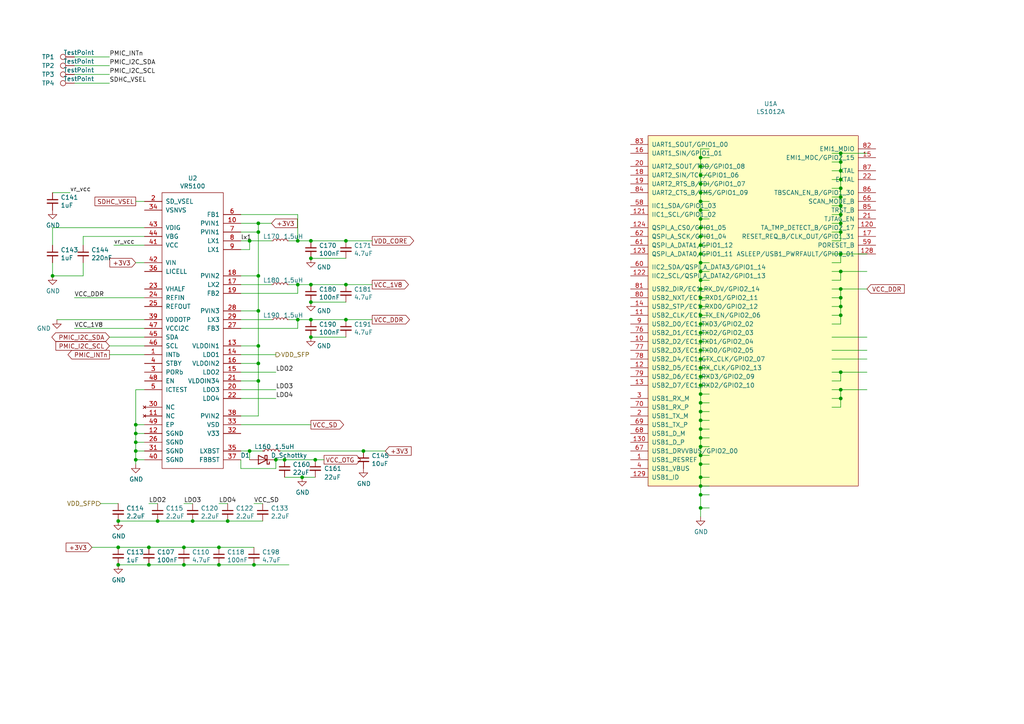
<source format=kicad_sch>
(kicad_sch (version 20211123) (generator eeschema)
  (paper "A4")
  (lib_symbols
    (symbol "Connector:TestPoint" (pin_numbers hide) (pin_names (offset 0.762) hide)
      (property "Reference" "TP" (at 0 6.858 0))
      (property "Value" "TestPoint" (at 0 5.08 0))
      (symbol "TestPoint_0_1"
        (circle (center 0 3.302) (radius 0.762))
      )
      (symbol "TestPoint_1_1"
        (pin passive line (at 0 0 90) (length 2.54) (name "1") (number "1"))
      )
    )
    (symbol "Device:C_Small" (pin_numbers hide) (pin_names (offset 0.254) hide)
      (property "Reference" "C" (at 0.254 1.778 0))
      (property "Value" "C_Small" (at 0.254 -2.032 0))
      (symbol "C_Small_0_1"
        (polyline (pts (xy -1.524 -0.508) (xy 1.524 -0.508)) (stroke (width 0.3302)))
        (polyline (pts (xy -1.524 0.508) (xy 1.524 0.508)) (stroke (width 0.3048)))
      )
      (symbol "C_Small_1_1"
        (pin passive line (at 0 2.54 270) (length 2.032) (name "~") (number "1"))
        (pin passive line (at 0 -2.54 90) (length 2.032) (name "~") (number "2"))
      )
    )
    (symbol "Device:D_Schottky" (pin_numbers hide) (pin_names (offset 1.016) hide)
      (property "Reference" "D" (at 0 2.54 0))
      (property "Value" "D_Schottky" (at 0 -2.54 0))
      (symbol "D_Schottky_0_1"
        (polyline (pts (xy 1.27 0) (xy -1.27 0)))
        (polyline (pts (xy 1.27 1.27) (xy 1.27 -1.27) (xy -1.27 0) (xy 1.27 1.27)) (stroke (width 0.254)))
        (polyline (pts (xy -1.905 0.635) (xy -1.905 1.27) (xy -1.27 1.27) (xy -1.27 -1.27) (xy -0.635 -1.27) (xy -0.635 -0.635)) (stroke (width 0.254)))
      )
      (symbol "D_Schottky_1_1"
        (pin passive line (at -3.81 0 0) (length 2.54) (name "K") (number "1"))
        (pin passive line (at 3.81 0 180) (length 2.54) (name "A") (number "2"))
      )
    )
    (symbol "Device:L_Small" (pin_numbers hide) (pin_names (offset 0.254) hide)
      (property "Reference" "L" (at 0.762 1.016 0))
      (property "Value" "L_Small" (at 0.762 -1.016 0))
      (symbol "L_Small_0_1"
        (arc (start 0 -2.032) (mid 0.508 -1.524) (end 0 -1.016))
        (arc (start 0 -1.016) (mid 0.508 -0.508) (end 0 0))
        (arc (start 0 0) (mid 0.508 0.508) (end 0 1.016))
        (arc (start 0 1.016) (mid 0.508 1.524) (end 0 2.032))
      )
      (symbol "L_Small_1_1"
        (pin passive line (at 0 2.54 270) (length 0.508) (name "~") (number "1"))
        (pin passive line (at 0 -2.54 90) (length 0.508) (name "~") (number "2"))
      )
    )
    (symbol "nxp:LS1012A" (pin_names (offset 1.016))
      (property "Reference" "U" (at 0 24.13 0))
      (property "Value" "nxp_LS1012A" (at 0 24.13 0))
      (symbol "LS1012A_1_1"
        (rectangle (start -34.29 34.29) (end 26.67 -67.31) (fill (type background)))
        (pin passive line (at -39.37 -59.69 0) (length 5.08) (name "USB1_RESREF") (number "1"))
        (pin passive line (at -39.37 -25.4 0) (length 5.08) (name "USB2_D2/EC1_TXD1/GPIO2_04") (number "10"))
        (pin passive line (at -39.37 -17.78 0) (length 5.08) (name "USB2_CLK/EC1_TX_EN/GPIO2_06") (number "11"))
        (pin passive line (at -39.37 -33.02 0) (length 5.08) (name "USB2_D5/EC1_RX_CLK/GPIO2_13") (number "12"))
        (pin passive line (at 31.75 7.62 180) (length 5.08) (name "TA_TMP_DETECT_B/GPIO2_17") (number "120"))
        (pin passive line (at -39.37 11.43 0) (length 5.08) (name "IIC1_SCL/GPIO1_02") (number "121"))
        (pin passive line (at -39.37 -6.35 0) (length 5.08) (name "IIC2_SCL/QSPI_A_DATA2/GPIO1_13") (number "122"))
        (pin passive line (at -39.37 0 0) (length 5.08) (name "QSPI_A_DATA0/GPIO1_11") (number "123"))
        (pin passive line (at -39.37 7.62 0) (length 5.08) (name "QSPI_A_CS0/GPIO1_05") (number "124"))
        (pin passive line (at 31.75 0 180) (length 5.08) (name "ASLEEP/USB1_PWRFAULT/GPIO2_01") (number "128"))
        (pin passive line (at -39.37 -64.77 0) (length 5.08) (name "USB1_ID") (number "129"))
        (pin passive line (at -39.37 -38.1 0) (length 5.08) (name "USB2_D7/EC1_RXD2/GPIO2_10") (number "13"))
        (pin passive line (at -39.37 -54.61 0) (length 5.08) (name "USB1_D_P") (number "130"))
        (pin passive line (at -39.37 -15.24 0) (length 5.08) (name "USB2_STP/EC1_RXD0/GPIO2_12") (number "14"))
        (pin passive line (at 31.75 27.94 180) (length 5.08) (name "EMI1_MDC/GPIO2_15") (number "15"))
        (pin passive line (at -39.37 29.21 0) (length 5.08) (name "UART1_SIN/GPIO1_01") (number "16"))
        (pin passive line (at 31.75 5.08 180) (length 5.08) (name "RESET_REQ_B/CLK_OUT/GPIO1_31") (number "17"))
        (pin passive line (at -39.37 22.86 0) (length 5.08) (name "UART2_SIN/TCK/GPIO1_06") (number "18"))
        (pin passive line (at -39.37 20.32 0) (length 5.08) (name "UART2_RTS_B/TDI/GPIO1_07") (number "19"))
        (pin passive line (at -39.37 -46.99 0) (length 5.08) (name "USB1_TX_M") (number "2"))
        (pin passive line (at -39.37 25.4 0) (length 5.08) (name "UART2_SOUT/TDO/GPIO1_08") (number "20"))
        (pin passive line (at 31.75 10.16 180) (length 5.08) (name "TJTAG_EN") (number "21"))
        (pin passive line (at 31.75 21.59 180) (length 5.08) (name "EXTAL") (number "22"))
        (pin passive line (at -39.37 -41.91 0) (length 5.08) (name "USB1_RX_M") (number "3"))
        (pin passive line (at -39.37 -62.23 0) (length 5.08) (name "USB1_VBUS") (number "4"))
        (pin passive line (at -39.37 13.97 0) (length 5.08) (name "IIC1_SDA/GPIO1_03") (number "58"))
        (pin passive line (at 31.75 2.54 180) (length 5.08) (name "PORESET_B") (number "59"))
        (pin passive line (at -39.37 -3.81 0) (length 5.08) (name "IIC2_SDA/QSPI_A_DATA3/GPIO1_14") (number "60"))
        (pin passive line (at -39.37 2.54 0) (length 5.08) (name "QSPI_A_DATA1/GPIO1_12") (number "61"))
        (pin passive line (at -39.37 5.08 0) (length 5.08) (name "QSPI_A_SCK/GPIO1_04") (number "62"))
        (pin passive line (at 31.75 15.24 180) (length 5.08) (name "SCAN_MODE_B") (number "66"))
        (pin passive line (at -39.37 -57.15 0) (length 5.08) (name "USB1_DRVVBUS/GPIO2_00") (number "67"))
        (pin passive line (at -39.37 -52.07 0) (length 5.08) (name "USB1_D_M") (number "68"))
        (pin passive line (at -39.37 -49.53 0) (length 5.08) (name "USB1_TX_P") (number "69"))
        (pin passive line (at -39.37 -44.45 0) (length 5.08) (name "USB1_RX_P") (number "70"))
        (pin passive line (at -39.37 -22.86 0) (length 5.08) (name "USB2_D1/EC1_TXD2/GPIO2_03") (number "76"))
        (pin passive line (at -39.37 -27.94 0) (length 5.08) (name "USB2_D3/EC1_TXD0/GPIO2_05") (number "77"))
        (pin passive line (at -39.37 -30.48 0) (length 5.08) (name "USB2_D4/EC1_GTX_CLK/GPIO2_07") (number "78"))
        (pin passive line (at -39.37 -35.56 0) (length 5.08) (name "USB2_D6/EC1_RXD3/GPIO2_09") (number "79"))
        (pin passive line (at -39.37 -12.7 0) (length 5.08) (name "USB2_NXT/EC1_RXD1/GPIO2_11") (number "80"))
        (pin passive line (at -39.37 -10.16 0) (length 5.08) (name "USB2_DIR/EC1_RX_DV/GPIO2_14") (number "81"))
        (pin passive line (at 31.75 30.48 180) (length 5.08) (name "EMI1_MDIO") (number "82"))
        (pin passive line (at -39.37 31.75 0) (length 5.08) (name "UART1_SOUT/GPIO1_00") (number "83"))
        (pin passive line (at -39.37 17.78 0) (length 5.08) (name "UART2_CTS_B/TMS/GPIO1_09") (number "84"))
        (pin passive line (at 31.75 12.7 180) (length 5.08) (name "TRST_B") (number "85"))
        (pin passive line (at 31.75 17.78 180) (length 5.08) (name "TBSCAN_EN_B/GPIO1_30") (number "86"))
        (pin passive line (at 31.75 24.13 180) (length 5.08) (name "XTAL") (number "87"))
        (pin passive line (at -39.37 -20.32 0) (length 5.08) (name "USB2_D0/EC1_TXD3/GPIO2_02") (number "9"))
      )
      (symbol "LS1012A_2_1"
        (rectangle (start -12.7 34.29) (end 12.7 -38.1) (fill (type background)))
        (pin passive line (at -17.78 8.89 0) (length 5.08) (name "D1_MA09") (number "100"))
        (pin passive line (at 17.78 -26.67 180) (length 5.08) (name "D1_MBA0") (number "101"))
        (pin passive line (at -17.78 26.67 0) (length 5.08) (name "D1_MA02") (number "102"))
        (pin passive line (at -17.78 31.75 0) (length 5.08) (name "D1_MA00") (number "103"))
        (pin passive line (at 17.78 -21.59 180) (length 5.08) (name "D1_MBA2") (number "104"))
        (pin passive line (at -17.78 -10.16 0) (length 5.08) (name "D1_MWE_B") (number "105"))
        (pin passive line (at -17.78 6.35 0) (length 5.08) (name "D1_MA10") (number "106"))
        (pin passive line (at -17.78 -25.4 0) (length 5.08) (name "D1_MCK_B") (number "107"))
        (pin passive line (at -17.78 -12.7 0) (length 5.08) (name "D1_MRAS_B") (number "108"))
        (pin passive line (at 17.78 21.59 180) (length 5.08) (name "D1_MDQ04") (number "109"))
        (pin passive line (at 17.78 16.51 180) (length 5.08) (name "D1_MDQ06") (number "110"))
        (pin passive line (at 17.78 -12.7 180) (length 5.08) (name "D1_MDQS0") (number "111"))
        (pin passive line (at 17.78 -35.56 180) (length 5.08) (name "D1_MDM0") (number "112"))
        (pin passive line (at 17.78 13.97 180) (length 5.08) (name "D1_MDQ07") (number "113"))
        (pin passive line (at 17.78 24.13 180) (length 5.08) (name "D1_MDQ03") (number "114"))
        (pin passive line (at 17.78 -6.35 180) (length 5.08) (name "D1_MDQ15") (number "115"))
        (pin passive line (at 17.78 8.89 180) (length 5.08) (name "D1_MDQ09") (number "116"))
        (pin passive line (at 17.78 -17.78 180) (length 5.08) (name "D1_MDQS1") (number "117"))
        (pin passive line (at 17.78 11.43 180) (length 5.08) (name "D1_MDQ08") (number "118"))
        (pin passive line (at 17.78 -3.81 180) (length 5.08) (name "D1_MDQ14") (number "119"))
        (pin passive line (at -17.78 -3.81 0) (length 5.08) (name "D1_MA14") (number "31"))
        (pin passive line (at -17.78 13.97 0) (length 5.08) (name "D1_MA07") (number "32"))
        (pin passive line (at -17.78 -1.27 0) (length 5.08) (name "D1_MA13") (number "33"))
        (pin passive line (at -17.78 16.51 0) (length 5.08) (name "D1_MA06") (number "34"))
        (pin passive line (at -17.78 -20.32 0) (length 5.08) (name "D1_MDIC") (number "35"))
        (pin passive line (at 17.78 -24.13 180) (length 5.08) (name "D1_MBA1") (number "36"))
        (pin passive line (at -17.78 29.21 0) (length 5.08) (name "D1_MA01") (number "37"))
        (pin passive line (at -17.78 19.05 0) (length 5.08) (name "D1_MA05") (number "38"))
        (pin passive line (at -17.78 -6.35 0) (length 5.08) (name "D1_MA15") (number "39"))
        (pin passive line (at -17.78 1.27 0) (length 5.08) (name "D1_MA12") (number "40"))
        (pin passive line (at -17.78 -22.86 0) (length 5.08) (name "D1_MCS_B") (number "41"))
        (pin passive line (at -17.78 -27.94 0) (length 5.08) (name "D1_MCKE") (number "42"))
        (pin passive line (at -17.78 -15.24 0) (length 5.08) (name "D1_MCAS_B") (number "43"))
        (pin passive line (at -17.78 -17.78 0) (length 5.08) (name "D1_MCK") (number "44"))
        (pin passive line (at -17.78 -35.56 0) (length 5.08) (name "D1_MODT") (number "45"))
        (pin passive line (at 17.78 19.05 180) (length 5.08) (name "D1_MDQ05") (number "46"))
        (pin passive line (at 17.78 31.75 180) (length 5.08) (name "D1_MDQ00") (number "47"))
        (pin passive line (at 17.78 -10.16 180) (length 5.08) (name "D1_MDQS0_B") (number "48"))
        (pin passive line (at 17.78 26.67 180) (length 5.08) (name "D1_MDQ02") (number "49"))
        (pin passive line (at 17.78 29.21 180) (length 5.08) (name "D1_MDQ01") (number "50"))
        (pin passive line (at 17.78 -1.27 180) (length 5.08) (name "D1_MDQ13") (number "51"))
        (pin passive line (at -17.78 -33.02 0) (length 5.08) (name "D1_MVREF") (number "52"))
        (pin passive line (at 17.78 3.81 180) (length 5.08) (name "D1_MDQ11") (number "53"))
        (pin passive line (at 17.78 -33.02 180) (length 5.08) (name "D1_MDM1") (number "54"))
        (pin passive line (at 17.78 -15.24 180) (length 5.08) (name "D1_MDQS1_B") (number "55"))
        (pin passive line (at 17.78 1.27 180) (length 5.08) (name "D1_MDQ12") (number "56"))
        (pin passive line (at 17.78 6.35 180) (length 5.08) (name "D1_MDQ10") (number "57"))
        (pin passive line (at -17.78 11.43 0) (length 5.08) (name "D1_MA08") (number "96"))
        (pin passive line (at -17.78 24.13 0) (length 5.08) (name "D1_MA03") (number "97"))
        (pin passive line (at -17.78 21.59 0) (length 5.08) (name "D1_MA04") (number "98"))
        (pin passive line (at -17.78 3.81 0) (length 5.08) (name "D1_MA11") (number "99"))
      )
      (symbol "LS1012A_3_1"
        (rectangle (start -11.43 39.37) (end 13.97 -76.2) (fill (type background)))
        (pin passive line (at -16.51 -7.62 0) (length 5.08) (name "GND") (number "131"))
        (pin passive line (at 19.05 -73.66 180) (length 5.08) (name "PROG_MTR") (number "132"))
        (pin passive line (at -16.51 -5.08 0) (length 5.08) (name "GND") (number "133"))
        (pin passive line (at 19.05 -71.12 180) (length 5.08) (name "TA_PROG_SFP") (number "134"))
        (pin passive line (at -16.51 -2.54 0) (length 5.08) (name "GND") (number "135"))
        (pin passive line (at -16.51 34.29 0) (length 5.08) (name "TD1_ANODE") (number "136"))
        (pin passive line (at -16.51 36.83 0) (length 5.08) (name "TD1_CATHODE") (number "137"))
        (pin passive line (at -16.51 0 0) (length 5.08) (name "GND") (number "138"))
        (pin passive line (at -16.51 2.54 0) (length 5.08) (name "GND") (number "139"))
        (pin passive line (at -16.51 -33.02 0) (length 5.08) (name "GND") (number "140"))
        (pin passive line (at 19.05 -48.26 180) (length 5.08) (name "USB_SVDD") (number "141"))
        (pin passive line (at 19.05 -50.8 180) (length 5.08) (name "USB_SDVDD") (number "142"))
        (pin passive line (at 19.05 -53.34 180) (length 5.08) (name "USB_HVDD") (number "143"))
        (pin passive line (at 19.05 -44.45 180) (length 5.08) (name "O1VDD") (number "144"))
        (pin passive line (at 19.05 -41.91 180) (length 5.08) (name "O1VDD") (number "145"))
        (pin passive line (at -16.51 -60.96 0) (length 5.08) (name "GND") (number "146"))
        (pin passive line (at 19.05 -20.32 180) (length 5.08) (name "G1VDD") (number "147"))
        (pin passive line (at -16.51 -58.42 0) (length 5.08) (name "GND") (number "148"))
        (pin passive line (at 19.05 33.02 180) (length 5.08) (name "TH_VDD") (number "149"))
        (pin passive line (at -16.51 -55.88 0) (length 5.08) (name "GND") (number "150"))
        (pin passive line (at 19.05 13.97 180) (length 5.08) (name "VDD") (number "151"))
        (pin passive line (at -16.51 -53.34 0) (length 5.08) (name "GND") (number "152"))
        (pin passive line (at -16.51 -48.26 0) (length 5.08) (name "GND") (number "153"))
        (pin passive line (at 19.05 16.51 180) (length 5.08) (name "VDD") (number "153"))
        (pin passive line (at -16.51 -50.8 0) (length 5.08) (name "GND") (number "154"))
        (pin passive line (at 19.05 -17.78 180) (length 5.08) (name "G1VDD") (number "155"))
        (pin passive line (at -16.51 30.48 0) (length 5.08) (name "GND") (number "156"))
        (pin passive line (at -16.51 -45.72 0) (length 5.08) (name "GND") (number "157"))
        (pin passive line (at -16.51 -43.18 0) (length 5.08) (name "GND") (number "158"))
        (pin passive line (at 19.05 -24.13 180) (length 5.08) (name "EVDD") (number "159"))
        (pin passive line (at -16.51 -40.64 0) (length 5.08) (name "GND") (number "160"))
        (pin passive line (at 19.05 19.05 180) (length 5.08) (name "VDD") (number "161"))
        (pin passive line (at -16.51 -38.1 0) (length 5.08) (name "GND") (number "162"))
        (pin passive line (at 19.05 21.59 180) (length 5.08) (name "VDD") (number "163"))
        (pin passive line (at -16.51 -30.48 0) (length 5.08) (name "GND") (number "164"))
        (pin passive line (at 19.05 -15.24 180) (length 5.08) (name "G1VDD") (number "165"))
        (pin passive line (at -16.51 7.62 0) (length 5.08) (name "GND") (number "166"))
        (pin passive line (at -16.51 10.16 0) (length 5.08) (name "GND") (number "167"))
        (pin passive line (at 19.05 -36.83 180) (length 5.08) (name "O2VDD") (number "168"))
        (pin passive line (at 19.05 24.13 180) (length 5.08) (name "VDD") (number "169"))
        (pin passive line (at -16.51 12.7 0) (length 5.08) (name "GND") (number "170"))
        (pin passive line (at 19.05 26.67 180) (length 5.08) (name "VDD") (number "171"))
        (pin passive line (at -16.51 15.24 0) (length 5.08) (name "GND") (number "172"))
        (pin passive line (at 19.05 -12.7 180) (length 5.08) (name "G1VDD") (number "173"))
        (pin passive line (at 19.05 -39.37 180) (length 5.08) (name "O1VDD") (number "174"))
        (pin passive line (at -16.51 17.78 0) (length 5.08) (name "GND") (number "175"))
        (pin passive line (at -16.51 20.32 0) (length 5.08) (name "GND") (number "176"))
        (pin passive line (at 19.05 -34.29 180) (length 5.08) (name "O2VDD") (number "177"))
        (pin passive line (at -16.51 22.86 0) (length 5.08) (name "GND") (number "178"))
        (pin passive line (at 19.05 6.35 180) (length 5.08) (name "VDD") (number "179"))
        (pin passive line (at -16.51 25.4 0) (length 5.08) (name "GND") (number "180"))
        (pin passive line (at 19.05 8.89 180) (length 5.08) (name "VDD") (number "181"))
        (pin passive line (at -16.51 27.94 0) (length 5.08) (name "GND") (number "182"))
        (pin passive line (at 19.05 -10.16 180) (length 5.08) (name "G1VDD") (number "183"))
        (pin passive line (at -16.51 5.08 0) (length 5.08) (name "GND") (number "184"))
        (pin passive line (at -16.51 -35.56 0) (length 5.08) (name "GND") (number "185"))
        (pin passive line (at 19.05 -63.5 180) (length 5.08) (name "AVDD_PLAT") (number "186"))
        (pin passive line (at 19.05 11.43 180) (length 5.08) (name "VDD") (number "187"))
        (pin passive line (at -16.51 -27.94 0) (length 5.08) (name "GND") (number "188"))
        (pin passive line (at 19.05 29.21 180) (length 5.08) (name "VDD") (number "189"))
        (pin passive line (at -16.51 -25.4 0) (length 5.08) (name "GND") (number "190"))
        (pin passive line (at 19.05 3.81 180) (length 5.08) (name "VDD") (number "191"))
        (pin passive line (at -16.51 -22.86 0) (length 5.08) (name "GND") (number "192"))
        (pin passive line (at -16.51 -20.32 0) (length 5.08) (name "GND") (number "193"))
        (pin passive line (at 19.05 -66.04 180) (length 5.08) (name "AVDD_CGA1") (number "194"))
        (pin passive line (at 19.05 -30.48 180) (length 5.08) (name "XOSC_OVDD") (number "195"))
        (pin passive line (at -16.51 -73.66 0) (length 5.08) (name "XOSC_GND") (number "196"))
        (pin passive line (at -16.51 -69.85 0) (length 5.08) (name "SD_GND") (number "197"))
        (pin passive line (at 19.05 -7.62 180) (length 5.08) (name "S1VDD") (number "198"))
        (pin passive line (at 19.05 -2.54 180) (length 5.08) (name "X1VDD") (number "199"))
        (pin passive line (at 19.05 -5.08 180) (length 5.08) (name "S1VDD") (number "200"))
        (pin passive line (at -16.51 -67.31 0) (length 5.08) (name "SD_GND") (number "201"))
        (pin passive line (at -16.51 -17.78 0) (length 5.08) (name "GND") (number "202"))
        (pin passive line (at -16.51 -15.24 0) (length 5.08) (name "GND") (number "203"))
        (pin passive line (at 19.05 -60.96 180) (length 5.08) (name "AVDD_REF") (number "204"))
        (pin passive line (at 19.05 -27.94 180) (length 5.08) (name "XOSC_VDD") (number "205"))
        (pin passive line (at -16.51 -64.77 0) (length 5.08) (name "SD_GND") (number "208"))
        (pin passive line (at 19.05 0 180) (length 5.08) (name "X1VDD") (number "209"))
        (pin passive line (at -16.51 -12.7 0) (length 5.08) (name "GND") (number "210"))
        (pin passive line (at -16.51 -10.16 0) (length 5.08) (name "GND") (number "211"))
        (pin passive line (at 19.05 -58.42 180) (length 5.08) (name "AVDD_SD1_PLL1") (number "88"))
        (pin passive line (at 19.05 -55.88 180) (length 5.08) (name "AVDD_SD1_PLL2") (number "95"))
      )
      (symbol "LS1012A_4_1"
        (rectangle (start -10.16 20.32) (end 26.67 -21.59) (fill (type background)))
        (pin passive line (at -15.24 -8.89 0) (length 5.08) (name "SDHC2_DAT2/GPIO1_27/SPI_CS2_B") (number "125"))
        (pin passive line (at -15.24 -13.97 0) (length 5.08) (name "SDHC2_DAT0/GPIO1_25/SPI_CS0_B") (number "126"))
        (pin passive line (at -15.24 -19.05 0) (length 5.08) (name "SDHC2_CLK/GPIO1_29/SPI_CLK") (number "127"))
        (pin passive line (at -15.24 2.54 0) (length 5.08) (name "SDHC1_CMD/GPIO1_15") (number "5"))
        (pin passive line (at -15.24 7.62 0) (length 5.08) (name "SDHC1_DAT1/GPIO1_17") (number "6"))
        (pin passive line (at -15.24 -6.35 0) (length 5.08) (name "SDHC2_DAT3/GPIO1_28/SPI_MISO") (number "63"))
        (pin passive line (at -15.24 -11.43 0) (length 5.08) (name "SDHC2_DAT1/GPIO1_26/SPI_CS1_B") (number "64"))
        (pin passive line (at -15.24 -16.51 0) (length 5.08) (name "SDHC2_CMD/GPIO1_24/SPI_MOSI") (number "65"))
        (pin passive line (at -15.24 12.7 0) (length 5.08) (name "SDHC1_DAT3/GPIO1_19") (number "7"))
        (pin passive line (at -15.24 0 0) (length 5.08) (name "SDHC1_CLK/GPIO1_20") (number "71"))
        (pin passive line (at -15.24 5.08 0) (length 5.08) (name "SDHC1_DAT0/GPIO1_16") (number "72"))
        (pin passive line (at -15.24 10.16 0) (length 5.08) (name "SDHC1_DAT2/GPIO1_18") (number "73"))
        (pin passive line (at -15.24 17.78 0) (length 5.08) (name "SDHC1_WP/GPIO1_22") (number "74"))
        (pin passive line (at -15.24 15.24 0) (length 5.08) (name "SDHC1_VSEL/GPIO1_23") (number "75"))
        (pin passive line (at -15.24 -2.54 0) (length 5.08) (name "SDHC1_CD_B/GPIO1_21") (number "8"))
      )
      (symbol "LS1012A_5_1"
        (rectangle (start -3.81 19.05) (end 15.24 -24.13) (fill (type background)))
        (pin passive line (at -8.89 -16.51 0) (length 5.08) (name "SD1_REF_CLK1_N") (number "206"))
        (pin passive line (at -8.89 -13.97 0) (length 5.08) (name "SD1_REF_CLK1_P") (number "207"))
        (pin passive line (at -8.89 -21.59 0) (length 5.08) (name "SD1_IMP_CAL_RX") (number "23"))
        (pin passive line (at -8.89 1.27 0) (length 5.08) (name "SD1_RX0_N") (number "24"))
        (pin passive line (at -8.89 16.51 0) (length 5.08) (name "SD1_TX0_N") (number "25"))
        (pin passive line (at -8.89 11.43 0) (length 5.08) (name "SD1_TX1_N") (number "26"))
        (pin passive line (at -8.89 -3.81 0) (length 5.08) (name "SD1_RX1_N") (number "27"))
        (pin passive line (at -8.89 6.35 0) (length 5.08) (name "SD1_TX2_N") (number "28"))
        (pin passive line (at -8.89 -8.89 0) (length 5.08) (name "SD1_RX2_N") (number "29"))
        (pin passive line (at -8.89 -19.05 0) (length 5.08) (name "SD1_IMP_CAL_TX") (number "30"))
        (pin passive line (at -8.89 -1.27 0) (length 5.08) (name "SD1_RX0_P") (number "89"))
        (pin passive line (at -8.89 13.97 0) (length 5.08) (name "SD1_TX0_P") (number "90"))
        (pin passive line (at -8.89 8.89 0) (length 5.08) (name "SD1_TX1_P") (number "91"))
        (pin passive line (at -8.89 -6.35 0) (length 5.08) (name "SD1_RX1_P") (number "92"))
        (pin passive line (at -8.89 3.81 0) (length 5.08) (name "SD1_TX2_P") (number "93"))
        (pin passive line (at -8.89 -11.43 0) (length 5.08) (name "SD1_RX2_P") (number "94"))
      )
    )
    (symbol "nxp:VR5100" (pin_names (offset 1.016))
      (property "Reference" "U" (at -5.08 43.18 0))
      (property "Value" "nxp_VR5100" (at 5.08 43.18 0))
      (symbol "VR5100_0_1"
        (rectangle (start -8.89 41.91) (end 8.89 -38.1))
      )
      (symbol "VR5100_1_1"
        (pin passive line (at -13.97 -5.08 0) (length 5.08) (name "INTb") (number "1"))
        (pin passive line (at 13.97 33.02 180) (length 5.08) (name "PVIN1") (number "10"))
        (pin no_connect line (at -13.97 -22.86 0) (length 5.08) (name "NC") (number "11"))
        (pin passive line (at -13.97 -27.94 0) (length 5.08) (name "SGND") (number "12"))
        (pin passive line (at 13.97 -2.54 180) (length 5.08) (name "VLDOIN1") (number "13"))
        (pin passive line (at 13.97 -5.08 180) (length 5.08) (name "LDO1") (number "14"))
        (pin passive line (at 13.97 -10.16 180) (length 5.08) (name "LDO2") (number "15"))
        (pin passive line (at 13.97 -7.62 180) (length 5.08) (name "VLDOIN2") (number "16"))
        (pin passive line (at 13.97 15.24 180) (length 5.08) (name "LX2") (number "17"))
        (pin passive line (at 13.97 17.78 180) (length 5.08) (name "PVIN2") (number "18"))
        (pin passive line (at 13.97 12.7 180) (length 5.08) (name "FB2") (number "19"))
        (pin passive line (at -13.97 39.37 0) (length 5.08) (name "SD_VSEL") (number "2"))
        (pin passive line (at 13.97 -15.24 180) (length 5.08) (name "LDO3") (number "20"))
        (pin passive line (at 13.97 -12.7 180) (length 5.08) (name "VLDOIN34") (number "21"))
        (pin passive line (at 13.97 -17.78 180) (length 5.08) (name "LDO4") (number "22"))
        (pin passive line (at -13.97 13.97 0) (length 5.08) (name "VHALF") (number "23"))
        (pin passive line (at -13.97 11.43 0) (length 5.08) (name "REFIN") (number "24"))
        (pin passive line (at -13.97 8.89 0) (length 5.08) (name "REFOUT") (number "25"))
        (pin passive line (at -13.97 -30.48 0) (length 5.08) (name "SGND") (number "26"))
        (pin passive line (at 13.97 2.54 180) (length 5.08) (name "FB3") (number "27"))
        (pin passive line (at 13.97 7.62 180) (length 5.08) (name "PVIN3") (number "28"))
        (pin passive line (at 13.97 5.08 180) (length 5.08) (name "LX3") (number "29"))
        (pin passive line (at -13.97 -10.16 0) (length 5.08) (name "PORb") (number "3"))
        (pin no_connect line (at -13.97 -20.32 0) (length 5.08) (name "NC") (number "30"))
        (pin passive line (at -13.97 -33.02 0) (length 5.08) (name "SGND") (number "31"))
        (pin passive line (at 13.97 -27.94 180) (length 5.08) (name "V33") (number "32"))
        (pin passive line (at 13.97 -25.4 180) (length 5.08) (name "VSD") (number "33"))
        (pin passive line (at -13.97 36.83 0) (length 5.08) (name "VSNVS") (number "34"))
        (pin passive line (at 13.97 -33.02 180) (length 5.08) (name "LXBST") (number "35"))
        (pin passive line (at -13.97 19.05 0) (length 5.08) (name "LICELL") (number "36"))
        (pin passive line (at 13.97 -35.56 180) (length 5.08) (name "FBBST") (number "37"))
        (pin passive line (at 13.97 -22.86 180) (length 5.08) (name "PVIN2") (number "38"))
        (pin passive line (at -13.97 5.08 0) (length 5.08) (name "VDDOTP") (number "39"))
        (pin passive line (at -13.97 -7.62 0) (length 5.08) (name "STBY") (number "4"))
        (pin passive line (at -13.97 -35.56 0) (length 5.08) (name "SGND") (number "40"))
        (pin passive line (at -13.97 26.67 0) (length 5.08) (name "VCC") (number "41"))
        (pin passive line (at -13.97 21.59 0) (length 5.08) (name "VIN") (number "42"))
        (pin passive line (at -13.97 31.75 0) (length 5.08) (name "VDIG") (number "43"))
        (pin passive line (at -13.97 29.21 0) (length 5.08) (name "VBG") (number "44"))
        (pin passive line (at -13.97 0 0) (length 5.08) (name "SDA") (number "45"))
        (pin passive line (at -13.97 -2.54 0) (length 5.08) (name "SCL") (number "46"))
        (pin passive line (at -13.97 2.54 0) (length 5.08) (name "VCCI2C") (number "47"))
        (pin passive line (at -13.97 -12.7 0) (length 5.08) (name "EN") (number "48"))
        (pin passive line (at -13.97 -25.4 0) (length 5.08) (name "EP") (number "49"))
        (pin passive line (at -13.97 -15.24 0) (length 5.08) (name "ICTEST") (number "5"))
        (pin passive line (at 13.97 35.56 180) (length 5.08) (name "FB1") (number "6"))
        (pin passive line (at 13.97 30.48 180) (length 5.08) (name "PVIN1") (number "7"))
        (pin passive line (at 13.97 27.94 180) (length 5.08) (name "LX1") (number "8"))
        (pin passive line (at 13.97 25.4 180) (length 5.08) (name "LX1") (number "9"))
      )
    )
    (symbol "power:GND" (power) (pin_names (offset 0))
      (property "Value" "GND" (at 0 -3.81 0))
      (symbol "GND_0_1"
        (polyline (pts (xy 0 0) (xy 0 -1.27) (xy 1.27 -1.27) (xy 0 -2.54) (xy -1.27 -1.27) (xy 0 -1.27)))
      )
      (symbol "GND_1_1"
        (pin power_in line (at 0 0 270) (length 0) hide (name "GND") (number "1"))
      )
    )
  )
  (junction (at 203.2 140.97))
  (junction (at 203.2 124.46))
  (junction (at 203.2 53.34))
  (junction (at 203.2 81.28))
  (junction (at 203.2 96.52))
  (junction (at 243.84 54.61))
  (junction (at 39.37 133.35))
  (junction (at 203.2 88.9))
  (junction (at 43.18 163.83))
  (junction (at 74.93 90.17))
  (junction (at 203.2 138.43))
  (junction (at 91.44 133.35))
  (junction (at 82.55 133.35))
  (junction (at 74.93 110.49))
  (junction (at 243.84 57.15))
  (junction (at 243.84 86.36))
  (junction (at 243.84 73.66))
  (junction (at 203.2 60.96))
  (junction (at 45.72 151.13))
  (junction (at 203.2 143.51))
  (junction (at 90.17 74.93))
  (junction (at 203.2 45.72))
  (junction (at 203.2 76.2))
  (junction (at 90.17 69.85))
  (junction (at 243.84 62.23))
  (junction (at 90.17 82.55))
  (junction (at 53.34 163.83))
  (junction (at 63.5 163.83))
  (junction (at 203.2 78.74))
  (junction (at 243.84 78.74))
  (junction (at 203.2 58.42))
  (junction (at 74.93 80.01))
  (junction (at 243.84 107.95))
  (junction (at 74.93 67.31))
  (junction (at 74.93 64.77))
  (junction (at 53.34 158.75))
  (junction (at 39.37 125.73))
  (junction (at 203.2 99.06))
  (junction (at 72.39 69.85))
  (junction (at 15.24 80.01))
  (junction (at 203.2 106.68))
  (junction (at 243.84 115.57))
  (junction (at 203.2 121.92))
  (junction (at 203.2 66.04))
  (junction (at 100.33 92.71))
  (junction (at 203.2 86.36))
  (junction (at 243.84 46.99))
  (junction (at 66.04 151.13))
  (junction (at 203.2 101.6))
  (junction (at 203.2 71.12))
  (junction (at 73.66 163.83))
  (junction (at 243.84 52.07))
  (junction (at 243.84 83.82))
  (junction (at 203.2 68.58))
  (junction (at 86.36 82.55))
  (junction (at 203.2 93.98))
  (junction (at 203.2 48.26))
  (junction (at 203.2 129.54))
  (junction (at 86.36 69.85))
  (junction (at 203.2 50.8))
  (junction (at 243.84 49.53))
  (junction (at 63.5 158.75))
  (junction (at 34.29 158.75))
  (junction (at 203.2 91.44))
  (junction (at 203.2 127))
  (junction (at 203.2 109.22))
  (junction (at 39.37 123.19))
  (junction (at 39.37 128.27))
  (junction (at 90.17 87.63))
  (junction (at 72.39 130.81))
  (junction (at 243.84 59.69))
  (junction (at 80.01 133.35))
  (junction (at 34.29 151.13))
  (junction (at 90.17 92.71))
  (junction (at 203.2 55.88))
  (junction (at 105.41 130.81))
  (junction (at 203.2 147.32))
  (junction (at 55.88 151.13))
  (junction (at 39.37 130.81))
  (junction (at 243.84 113.03))
  (junction (at 243.84 88.9))
  (junction (at 74.93 100.33))
  (junction (at 243.84 91.44))
  (junction (at 74.93 105.41))
  (junction (at 243.84 67.31))
  (junction (at 86.36 92.71))
  (junction (at 203.2 119.38))
  (junction (at 203.2 116.84))
  (junction (at 100.33 82.55))
  (junction (at 243.84 44.45))
  (junction (at 34.29 163.83))
  (junction (at 203.2 132.08))
  (junction (at 203.2 111.76))
  (junction (at 203.2 114.3))
  (junction (at 203.2 104.14))
  (junction (at 203.2 134.62))
  (junction (at 203.2 63.5))
  (junction (at 203.2 73.66))
  (junction (at 243.84 64.77))
  (junction (at 203.2 83.82))
  (junction (at 100.33 69.85))
  (junction (at 87.63 138.43))
  (junction (at 90.17 97.79))
  (junction (at 43.18 158.75))
  (wire (pts (xy 74.93 100.33) (xy 69.85 100.33)))
  (wire (pts (xy 21.59 21.59) (xy 31.75 21.59)))
  (wire (pts (xy 205.74 88.9) (xy 203.2 88.9)))
  (wire (pts (xy 205.74 76.2) (xy 203.2 76.2)))
  (wire (pts (xy 243.84 83.82) (xy 251.46 83.82)))
  (wire (pts (xy 205.74 106.68) (xy 203.2 106.68)))
  (wire (pts (xy 203.2 66.04) (xy 203.2 68.58)))
  (wire (pts (xy 203.2 101.6) (xy 203.2 104.14)))
  (wire (pts (xy 241.3 46.99) (xy 243.84 46.99)))
  (wire (pts (xy 69.85 62.23) (xy 86.36 62.23)))
  (wire (pts (xy 203.2 88.9) (xy 203.2 91.44)))
  (wire (pts (xy 205.74 60.96) (xy 203.2 60.96)))
  (wire (pts (xy 74.93 100.33) (xy 74.93 90.17)))
  (wire (pts (xy 203.2 63.5) (xy 203.2 66.04)))
  (wire (pts (xy 203.2 96.52) (xy 203.2 99.06)))
  (wire (pts (xy 241.3 64.77) (xy 243.84 64.77)))
  (wire (pts (xy 243.84 118.11) (xy 241.3 118.11)))
  (wire (pts (xy 86.36 69.85) (xy 83.82 69.85)))
  (wire (pts (xy 86.36 82.55) (xy 90.17 82.55)))
  (wire (pts (xy 241.3 54.61) (xy 243.84 54.61)))
  (wire (pts (xy 243.84 62.23) (xy 243.84 64.77)))
  (wire (pts (xy 203.2 127) (xy 203.2 129.54)))
  (wire (pts (xy 203.2 48.26) (xy 203.2 50.8)))
  (wire (pts (xy 39.37 125.73) (xy 39.37 128.27)))
  (wire (pts (xy 74.93 110.49) (xy 74.93 105.41)))
  (wire (pts (xy 205.74 109.22) (xy 203.2 109.22)))
  (wire (pts (xy 203.2 83.82) (xy 203.2 86.36)))
  (wire (pts (xy 74.93 80.01) (xy 74.93 67.31)))
  (wire (pts (xy 69.85 107.95) (xy 80.01 107.95)))
  (wire (pts (xy 241.3 44.45) (xy 243.84 44.45)))
  (wire (pts (xy 69.85 130.81) (xy 72.39 130.81)))
  (wire (pts (xy 69.85 90.17) (xy 74.93 90.17)))
  (wire (pts (xy 34.29 158.75) (xy 43.18 158.75)))
  (wire (pts (xy 72.39 133.35) (xy 72.39 130.81)))
  (wire (pts (xy 203.2 78.74) (xy 203.2 81.28)))
  (wire (pts (xy 241.3 91.44) (xy 243.84 91.44)))
  (wire (pts (xy 55.88 151.13) (xy 66.04 151.13)))
  (wire (pts (xy 241.3 115.57) (xy 243.84 115.57)))
  (wire (pts (xy 203.2 119.38) (xy 203.2 121.92)))
  (wire (pts (xy 41.91 130.81) (xy 39.37 130.81)))
  (wire (pts (xy 72.39 69.85) (xy 72.39 72.39)))
  (wire (pts (xy 243.84 113.03) (xy 243.84 115.57)))
  (wire (pts (xy 205.74 101.6) (xy 203.2 101.6)))
  (wire (pts (xy 241.3 101.6) (xy 251.46 101.6)))
  (wire (pts (xy 205.74 93.98) (xy 203.2 93.98)))
  (wire (pts (xy 205.74 55.88) (xy 203.2 55.88)))
  (wire (pts (xy 241.3 107.95) (xy 243.84 107.95)))
  (wire (pts (xy 86.36 82.55) (xy 83.82 82.55)))
  (wire (pts (xy 203.2 43.18) (xy 203.2 45.72)))
  (wire (pts (xy 63.5 163.83) (xy 73.66 163.83)))
  (wire (pts (xy 243.84 78.74) (xy 243.84 81.28)))
  (wire (pts (xy 100.33 69.85) (xy 107.95 69.85)))
  (wire (pts (xy 41.91 97.79) (xy 31.75 97.79)))
  (wire (pts (xy 100.33 82.55) (xy 107.95 82.55)))
  (wire (pts (xy 74.93 90.17) (xy 74.93 80.01)))
  (wire (pts (xy 41.91 128.27) (xy 39.37 128.27)))
  (wire (pts (xy 203.2 147.32) (xy 203.2 149.86)))
  (wire (pts (xy 41.91 76.2) (xy 39.37 76.2)))
  (wire (pts (xy 243.84 86.36) (xy 243.84 88.9)))
  (wire (pts (xy 16.51 92.71) (xy 41.91 92.71)))
  (wire (pts (xy 205.74 132.08) (xy 203.2 132.08)))
  (wire (pts (xy 205.74 66.04) (xy 203.2 66.04)))
  (wire (pts (xy 243.84 73.66) (xy 243.84 76.2)))
  (wire (pts (xy 69.85 69.85) (xy 72.39 69.85)))
  (wire (pts (xy 39.37 130.81) (xy 39.37 133.35)))
  (wire (pts (xy 243.84 83.82) (xy 243.84 86.36)))
  (wire (pts (xy 203.2 143.51) (xy 203.2 147.32)))
  (wire (pts (xy 55.88 146.05) (xy 53.34 146.05)))
  (wire (pts (xy 205.74 96.52) (xy 203.2 96.52)))
  (wire (pts (xy 243.84 107.95) (xy 251.46 107.95)))
  (wire (pts (xy 205.74 140.97) (xy 203.2 140.97)))
  (wire (pts (xy 63.5 158.75) (xy 73.66 158.75)))
  (wire (pts (xy 205.74 71.12) (xy 203.2 71.12)))
  (wire (pts (xy 33.02 71.12) (xy 41.91 71.12)))
  (wire (pts (xy 82.55 133.35) (xy 91.44 133.35)))
  (wire (pts (xy 203.2 121.92) (xy 203.2 124.46)))
  (wire (pts (xy 203.2 140.97) (xy 203.2 143.51)))
  (wire (pts (xy 69.85 80.01) (xy 74.93 80.01)))
  (wire (pts (xy 41.91 125.73) (xy 39.37 125.73)))
  (wire (pts (xy 69.85 105.41) (xy 74.93 105.41)))
  (wire (pts (xy 34.29 151.13) (xy 45.72 151.13)))
  (wire (pts (xy 205.74 63.5) (xy 203.2 63.5)))
  (wire (pts (xy 205.74 91.44) (xy 203.2 91.44)))
  (wire (pts (xy 41.91 95.25) (xy 21.59 95.25)))
  (wire (pts (xy 243.84 115.57) (xy 243.84 118.11)))
  (wire (pts (xy 243.84 52.07) (xy 243.84 54.61)))
  (wire (pts (xy 241.3 73.66) (xy 243.84 73.66)))
  (wire (pts (xy 43.18 163.83) (xy 53.34 163.83)))
  (wire (pts (xy 69.85 85.09) (xy 86.36 85.09)))
  (wire (pts (xy 243.84 76.2) (xy 241.3 76.2)))
  (wire (pts (xy 41.91 86.36) (xy 21.59 86.36)))
  (wire (pts (xy 45.72 146.05) (xy 43.18 146.05)))
  (wire (pts (xy 15.24 66.04) (xy 15.24 71.12)))
  (wire (pts (xy 41.91 113.03) (xy 39.37 113.03)))
  (wire (pts (xy 66.04 151.13) (xy 76.2 151.13)))
  (wire (pts (xy 203.2 45.72) (xy 203.2 48.26)))
  (wire (pts (xy 34.29 163.83) (xy 43.18 163.83)))
  (wire (pts (xy 243.84 44.45) (xy 251.46 44.45)))
  (wire (pts (xy 100.33 92.71) (xy 107.95 92.71)))
  (wire (pts (xy 72.39 69.85) (xy 78.74 69.85)))
  (wire (pts (xy 86.36 92.71) (xy 90.17 92.71)))
  (wire (pts (xy 100.33 69.85) (xy 90.17 69.85)))
  (wire (pts (xy 203.2 50.8) (xy 203.2 53.34)))
  (wire (pts (xy 53.34 163.83) (xy 63.5 163.83)))
  (wire (pts (xy 73.66 163.83) (xy 83.82 163.83)))
  (wire (pts (xy 241.3 62.23) (xy 243.84 62.23)))
  (wire (pts (xy 43.18 158.75) (xy 53.34 158.75)))
  (wire (pts (xy 203.2 68.58) (xy 203.2 71.12)))
  (wire (pts (xy 205.74 121.92) (xy 203.2 121.92)))
  (wire (pts (xy 205.74 68.58) (xy 203.2 68.58)))
  (wire (pts (xy 203.2 55.88) (xy 203.2 58.42)))
  (wire (pts (xy 41.91 66.04) (xy 15.24 66.04)))
  (wire (pts (xy 90.17 82.55) (xy 100.33 82.55)))
  (wire (pts (xy 41.91 133.35) (xy 39.37 133.35)))
  (wire (pts (xy 74.93 67.31) (xy 74.93 64.77)))
  (wire (pts (xy 203.2 53.34) (xy 203.2 55.88)))
  (wire (pts (xy 243.84 69.85) (xy 241.3 69.85)))
  (wire (pts (xy 41.91 58.42) (xy 39.37 58.42)))
  (wire (pts (xy 205.74 86.36) (xy 203.2 86.36)))
  (wire (pts (xy 205.74 124.46) (xy 203.2 124.46)))
  (wire (pts (xy 243.84 91.44) (xy 243.84 93.98)))
  (wire (pts (xy 39.37 128.27) (xy 39.37 130.81)))
  (wire (pts (xy 243.84 59.69) (xy 243.84 62.23)))
  (wire (pts (xy 86.36 62.23) (xy 86.36 69.85)))
  (wire (pts (xy 205.74 134.62) (xy 203.2 134.62)))
  (wire (pts (xy 90.17 97.79) (xy 100.33 97.79)))
  (wire (pts (xy 205.74 127) (xy 203.2 127)))
  (wire (pts (xy 243.84 88.9) (xy 243.84 91.44)))
  (wire (pts (xy 241.3 86.36) (xy 243.84 86.36)))
  (wire (pts (xy 69.85 110.49) (xy 74.93 110.49)))
  (wire (pts (xy 243.84 113.03) (xy 251.46 113.03)))
  (wire (pts (xy 39.37 123.19) (xy 39.37 125.73)))
  (wire (pts (xy 74.93 120.65) (xy 74.93 110.49)))
  (wire (pts (xy 203.2 138.43) (xy 203.2 140.97)))
  (wire (pts (xy 69.85 67.31) (xy 74.93 67.31)))
  (wire (pts (xy 39.37 133.35) (xy 39.37 134.62)))
  (wire (pts (xy 74.93 64.77) (xy 78.74 64.77)))
  (wire (pts (xy 203.2 73.66) (xy 203.2 76.2)))
  (wire (pts (xy 241.3 113.03) (xy 243.84 113.03)))
  (wire (pts (xy 203.2 60.96) (xy 203.2 63.5)))
  (wire (pts (xy 203.2 116.84) (xy 203.2 119.38)))
  (wire (pts (xy 243.84 44.45) (xy 243.84 46.99)))
  (wire (pts (xy 241.3 104.14) (xy 251.46 104.14)))
  (wire (pts (xy 86.36 69.85) (xy 90.17 69.85)))
  (wire (pts (xy 205.74 48.26) (xy 203.2 48.26)))
  (wire (pts (xy 72.39 130.81) (xy 76.2 130.81)))
  (wire (pts (xy 69.85 113.03) (xy 80.01 113.03)))
  (wire (pts (xy 86.36 95.25) (xy 86.36 92.71)))
  (wire (pts (xy 72.39 72.39) (xy 69.85 72.39)))
  (wire (pts (xy 205.74 50.8) (xy 203.2 50.8)))
  (wire (pts (xy 15.24 80.01) (xy 15.24 76.2)))
  (wire (pts (xy 205.74 53.34) (xy 203.2 53.34)))
  (wire (pts (xy 241.3 49.53) (xy 243.84 49.53)))
  (wire (pts (xy 203.2 71.12) (xy 203.2 73.66)))
  (wire (pts (xy 203.2 111.76) (xy 203.2 114.3)))
  (wire (pts (xy 205.74 73.66) (xy 203.2 73.66)))
  (wire (pts (xy 69.85 102.87) (xy 80.01 102.87)))
  (wire (pts (xy 205.74 111.76) (xy 203.2 111.76)))
  (wire (pts (xy 41.91 123.19) (xy 39.37 123.19)))
  (wire (pts (xy 24.13 68.58) (xy 24.13 71.12)))
  (wire (pts (xy 241.3 97.79) (xy 251.46 97.79)))
  (wire (pts (xy 203.2 114.3) (xy 203.2 116.84)))
  (wire (pts (xy 203.2 81.28) (xy 203.2 83.82)))
  (wire (pts (xy 69.85 82.55) (xy 78.74 82.55)))
  (wire (pts (xy 69.85 123.19) (xy 90.17 123.19)))
  (wire (pts (xy 241.3 57.15) (xy 243.84 57.15)))
  (wire (pts (xy 21.59 19.05) (xy 31.75 19.05)))
  (wire (pts (xy 205.74 116.84) (xy 203.2 116.84)))
  (wire (pts (xy 45.72 151.13) (xy 55.88 151.13)))
  (wire (pts (xy 90.17 87.63) (xy 100.33 87.63)))
  (wire (pts (xy 203.2 109.22) (xy 203.2 111.76)))
  (wire (pts (xy 21.59 24.13) (xy 31.75 24.13)))
  (wire (pts (xy 86.36 92.71) (xy 83.82 92.71)))
  (wire (pts (xy 90.17 74.93) (xy 100.33 74.93)))
  (wire (pts (xy 243.84 93.98) (xy 241.3 93.98)))
  (wire (pts (xy 203.2 132.08) (xy 203.2 134.62)))
  (wire (pts (xy 241.3 88.9) (xy 243.84 88.9)))
  (wire (pts (xy 205.74 83.82) (xy 203.2 83.82)))
  (wire (pts (xy 203.2 106.68) (xy 203.2 109.22)))
  (wire (pts (xy 203.2 129.54) (xy 203.2 132.08)))
  (wire (pts (xy 69.85 92.71) (xy 78.74 92.71)))
  (wire (pts (xy 243.84 81.28) (xy 241.3 81.28)))
  (wire (pts (xy 87.63 138.43) (xy 82.55 138.43)))
  (wire (pts (xy 105.41 130.81) (xy 111.76 130.81)))
  (wire (pts (xy 241.3 78.74) (xy 243.84 78.74)))
  (wire (pts (xy 203.2 91.44) (xy 203.2 93.98)))
  (wire (pts (xy 41.91 68.58) (xy 24.13 68.58)))
  (wire (pts (xy 205.74 104.14) (xy 203.2 104.14)))
  (wire (pts (xy 241.3 67.31) (xy 243.84 67.31)))
  (wire (pts (xy 205.74 43.18) (xy 203.2 43.18)))
  (wire (pts (xy 205.74 45.72) (xy 203.2 45.72)))
  (wire (pts (xy 205.74 81.28) (xy 203.2 81.28)))
  (wire (pts (xy 91.44 133.35) (xy 93.98 133.35)))
  (wire (pts (xy 205.74 143.51) (xy 203.2 143.51)))
  (wire (pts (xy 241.3 59.69) (xy 243.84 59.69)))
  (wire (pts (xy 243.84 73.66) (xy 251.46 73.66)))
  (wire (pts (xy 241.3 83.82) (xy 243.84 83.82)))
  (wire (pts (xy 69.85 115.57) (xy 80.01 115.57)))
  (wire (pts (xy 69.85 95.25) (xy 86.36 95.25)))
  (wire (pts (xy 41.91 102.87) (xy 31.75 102.87)))
  (wire (pts (xy 203.2 99.06) (xy 203.2 101.6)))
  (wire (pts (xy 243.84 78.74) (xy 251.46 78.74)))
  (wire (pts (xy 243.84 67.31) (xy 243.84 69.85)))
  (wire (pts (xy 80.01 135.89) (xy 80.01 133.35)))
  (wire (pts (xy 243.84 110.49) (xy 241.3 110.49)))
  (wire (pts (xy 205.74 129.54) (xy 203.2 129.54)))
  (wire (pts (xy 74.93 64.77) (xy 69.85 64.77)))
  (wire (pts (xy 203.2 93.98) (xy 203.2 96.52)))
  (wire (pts (xy 203.2 86.36) (xy 203.2 88.9)))
  (wire (pts (xy 74.93 105.41) (xy 74.93 100.33)))
  (wire (pts (xy 90.17 92.71) (xy 100.33 92.71)))
  (wire (pts (xy 205.74 58.42) (xy 203.2 58.42)))
  (wire (pts (xy 205.74 114.3) (xy 203.2 114.3)))
  (wire (pts (xy 69.85 135.89) (xy 80.01 135.89)))
  (wire (pts (xy 76.2 146.05) (xy 73.66 146.05)))
  (wire (pts (xy 69.85 133.35) (xy 69.85 135.89)))
  (wire (pts (xy 203.2 76.2) (xy 203.2 78.74)))
  (wire (pts (xy 243.84 107.95) (xy 243.84 110.49)))
  (wire (pts (xy 15.24 80.01) (xy 24.13 80.01)))
  (wire (pts (xy 69.85 120.65) (xy 74.93 120.65)))
  (wire (pts (xy 243.84 46.99) (xy 243.84 49.53)))
  (wire (pts (xy 203.2 119.38) (xy 205.74 119.38)))
  (wire (pts (xy 203.2 124.46) (xy 203.2 127)))
  (wire (pts (xy 243.84 64.77) (xy 243.84 67.31)))
  (wire (pts (xy 15.24 55.88) (xy 20.32 55.88)))
  (wire (pts (xy 34.29 146.05) (xy 29.21 146.05)))
  (wire (pts (xy 53.34 158.75) (xy 63.5 158.75)))
  (wire (pts (xy 24.13 80.01) (xy 24.13 76.2)))
  (wire (pts (xy 205.74 99.06) (xy 203.2 99.06)))
  (wire (pts (xy 21.59 16.51) (xy 31.75 16.51)))
  (wire (pts (xy 39.37 113.03) (xy 39.37 123.19)))
  (wire (pts (xy 41.91 100.33) (xy 31.75 100.33)))
  (wire (pts (xy 243.84 54.61) (xy 243.84 57.15)))
  (wire (pts (xy 91.44 138.43) (xy 87.63 138.43)))
  (wire (pts (xy 66.04 146.05) (xy 63.5 146.05)))
  (wire (pts (xy 243.84 49.53) (xy 243.84 52.07)))
  (wire (pts (xy 81.28 130.81) (xy 105.41 130.81)))
  (wire (pts (xy 80.01 133.35) (xy 82.55 133.35)))
  (wire (pts (xy 203.2 147.32) (xy 205.74 147.32)))
  (wire (pts (xy 241.3 52.07) (xy 243.84 52.07)))
  (wire (pts (xy 203.2 104.14) (xy 203.2 106.68)))
  (wire (pts (xy 26.67 158.75) (xy 34.29 158.75)))
  (wire (pts (xy 205.74 138.43) (xy 203.2 138.43)))
  (wire (pts (xy 205.74 78.74) (xy 203.2 78.74)))
  (wire (pts (xy 86.36 85.09) (xy 86.36 82.55)))
  (wire (pts (xy 203.2 134.62) (xy 203.2 138.43)))
  (wire (pts (xy 203.2 58.42) (xy 203.2 60.96)))
  (wire (pts (xy 243.84 57.15) (xy 243.84 59.69)))
  (label "LDO2" (at 80.01 107.95 0))
  (label "LDO4" (at 80.01 115.57 0))
  (label "LDO4" (at 63.5 146.05 0))
  (label "PMIC_I2C_SDA" (at 31.75 19.05 0))
  (label "PMIC_INTn" (at 31.75 16.51 0))
  (label "vr_vcc" (at 33.02 71.12 0))
  (label "LDO2" (at 43.18 146.05 0))
  (label "lx1" (at 69.85 69.85 0))
  (label "LDO3" (at 53.34 146.05 0))
  (label "vr_vcc" (at 20.32 55.88 0))
  (label "VCC_1V8" (at 21.59 95.25 0))
  (label "PMIC_I2C_SCL" (at 31.75 21.59 0))
  (label "SDHC_VSEL" (at 31.75 24.13 0))
  (label "VCC_DDR" (at 21.59 86.36 0))
  (label "LDO3" (at 80.01 113.03 0))
  (label "VCC_SD" (at 73.66 146.05 0))
  (global_label "+3V3" (shape input) (at 26.67 158.75 180) (property "Intersheet References" "${INTERSHEET_REFS}" (effects hide)))
  (global_label "VCC_1V8" (shape output) (at 107.95 82.55 0) (property "Intersheet References" "${INTERSHEET_REFS}" (effects hide)))
  (global_label "PMIC_I2C_SCL" (shape input) (at 31.75 100.33 180) (property "Intersheet References" "${INTERSHEET_REFS}" (effects hide)))
  (global_label "PMIC_INTn" (shape output) (at 31.75 102.87 180) (property "Intersheet References" "${INTERSHEET_REFS}" (effects hide)))
  (global_label "SDHC_VSEL" (shape passive) (at 39.37 58.42 180) (property "Intersheet References" "${INTERSHEET_REFS}" (effects hide)))
  (global_label "PMIC_I2C_SDA" (shape bidirectional) (at 31.75 97.79 180) (property "Intersheet References" "${INTERSHEET_REFS}" (effects hide)))
  (global_label "+3V3" (shape input) (at 111.76 130.81 0) (property "Intersheet References" "${INTERSHEET_REFS}" (effects hide)))
  (global_label "VCC_DDR" (shape input) (at 251.46 83.82 0) (property "Intersheet References" "${INTERSHEET_REFS}" (effects hide)))
  (global_label "VCC_SD" (shape output) (at 90.17 123.19 0) (property "Intersheet References" "${INTERSHEET_REFS}" (effects hide)))
  (global_label "VCC_DDR" (shape output) (at 107.95 92.71 0) (property "Intersheet References" "${INTERSHEET_REFS}" (effects hide)))
  (global_label "+3V3" (shape input) (at 39.37 76.2 180) (property "Intersheet References" "${INTERSHEET_REFS}" (effects hide)))
  (global_label "+3V3" (shape input) (at 78.74 64.77 0) (property "Intersheet References" "${INTERSHEET_REFS}" (effects hide)))
  (global_label "VDD_CORE" (shape output) (at 107.95 69.85 0) (property "Intersheet References" "${INTERSHEET_REFS}" (effects hide)))
  (global_label "VCC_OTG" (shape output) (at 93.98 133.35 0) (property "Intersheet References" "${INTERSHEET_REFS}" (effects hide)))
  (hierarchical_label "VDD_SFP" (shape output) (at 80.01 102.87 0))
  (hierarchical_label "VDD_SFP" (shape input) (at 29.21 146.05 180))
  (symbol (lib_id "nxp:LS1012A") (at 222.25 73.66 0)
    (property "Reference" "U1" (at 223.52 30.099 0))
    (property "Value" "LS1012A" (at 223.52 32.4104 0))
    (property "Footprint" "nxp:NXP_LS1012ASE7EKA" (effects hide))
  )
  (symbol (lib_id "power:GND") (at 203.2 149.86 0)
    (property "Reference" "#PWR?" (effects hide))
    (property "Value" "GND" (at 203.327 154.2542 0))
  )
  (symbol (lib_id "nxp:VR5100") (at 55.88 97.79 0) (unit 1)
    (property "Reference" "U2" (at 55.88 51.689 0))
    (property "Value" "VR5100" (at 55.88 54.0004 0))
    (property "Footprint" "Package_DFN_QFN:QFN-48-1EP_7x7mm_P0.5mm_EP5.15x5.15mm_ThermalVias" (effects hide))
  )
  (symbol (lib_id "Device:C_Small") (at 34.29 161.29 0) (unit 1)
    (property "Reference" "C113" (at 36.6268 160.1216 0) (effects (justify left)))
    (property "Value" "1uF" (at 36.6268 162.433 0) (effects (justify left)))
    (property "Footprint" "Capacitor_SMD:C_0402_1005Metric" (effects hide))
  )
  (symbol (lib_id "power:GND") (at 34.29 163.83 0) (unit 1)
    (property "Reference" "#PWR?" (effects hide))
    (property "Value" "GND" (at 34.417 168.2242 0))
  )
  (symbol (lib_id "power:GND") (at 39.37 134.62 0) (unit 1)
    (property "Reference" "#PWR?" (effects hide))
    (property "Value" "GND" (at 39.497 139.0142 0))
  )
  (symbol (lib_id "Device:C_Small") (at 34.29 148.59 0) (unit 1)
    (property "Reference" "C114" (at 36.6268 147.4216 0) (effects (justify left)))
    (property "Value" "2.2uF" (at 36.6268 149.733 0) (effects (justify left)))
    (property "Footprint" "Capacitor_SMD:C_0402_1005Metric" (effects hide))
  )
  (symbol (lib_id "power:GND") (at 34.29 151.13 0) (unit 1)
    (property "Reference" "#PWR?" (effects hide))
    (property "Value" "GND" (at 34.417 155.5242 0))
  )
  (symbol (lib_id "Device:L_Small") (at 81.28 69.85 90) (unit 1)
    (property "Reference" "L170" (at 78.74 68.58 90))
    (property "Value" "1.5uH" (at 85.09 68.58 90))
    (property "Footprint" "Inductor_SMD:L_Taiyo-Yuden_NR-20xx" (effects hide))
  )
  (symbol (lib_id "Device:L_Small") (at 81.28 82.55 90) (unit 1)
    (property "Reference" "L180" (at 78.74 81.28 90))
    (property "Value" "1.5uH" (at 85.09 81.28 90))
    (property "Footprint" "Inductor_SMD:L_Taiyo-Yuden_NR-20xx" (effects hide))
  )
  (symbol (lib_id "Device:L_Small") (at 81.28 92.71 90) (unit 1)
    (property "Reference" "L190" (at 78.74 91.44 90))
    (property "Value" "1.5uH" (at 85.09 91.44 90))
    (property "Footprint" "Inductor_SMD:L_Taiyo-Yuden_NR-20xx" (effects hide))
  )
  (symbol (lib_id "Device:L_Small") (at 78.74 130.81 90) (unit 1)
    (property "Reference" "L160" (at 76.2 129.54 90))
    (property "Value" "1.5uH" (at 82.55 129.54 90))
    (property "Footprint" "Inductor_SMD:L_Taiyo-Yuden_NR-20xx" (effects hide))
  )
  (symbol (lib_id "Device:C_Small") (at 90.17 72.39 0) (unit 1)
    (property "Reference" "C170" (at 92.5068 71.2216 0) (effects (justify left)))
    (property "Value" "100nF" (at 92.5068 73.533 0) (effects (justify left)))
    (property "Footprint" "Capacitor_SMD:C_0402_1005Metric" (effects hide))
  )
  (symbol (lib_id "power:GND") (at 90.17 74.93 0) (unit 1)
    (property "Reference" "#PWR?" (effects hide))
    (property "Value" "GND" (at 93.98 77.47 0))
  )
  (symbol (lib_id "Device:C_Small") (at 90.17 85.09 0) (unit 1)
    (property "Reference" "C180" (at 92.5068 83.9216 0) (effects (justify left)))
    (property "Value" "100nF" (at 92.5068 86.233 0) (effects (justify left)))
    (property "Footprint" "Capacitor_SMD:C_0402_1005Metric" (effects hide))
  )
  (symbol (lib_id "power:GND") (at 90.17 87.63 0) (unit 1)
    (property "Reference" "#PWR?" (effects hide))
    (property "Value" "GND" (at 93.98 90.17 0))
  )
  (symbol (lib_id "Device:C_Small") (at 90.17 95.25 0) (unit 1)
    (property "Reference" "C190" (at 92.5068 94.0816 0) (effects (justify left)))
    (property "Value" "100nF" (at 92.5068 96.393 0) (effects (justify left)))
    (property "Footprint" "Capacitor_SMD:C_0402_1005Metric" (effects hide))
  )
  (symbol (lib_id "power:GND") (at 90.17 97.79 0) (unit 1)
    (property "Reference" "#PWR?" (effects hide))
    (property "Value" "GND" (at 93.98 100.33 0))
  )
  (symbol (lib_id "Device:C_Small") (at 100.33 72.39 0) (unit 1)
    (property "Reference" "C171" (at 102.6668 71.2216 0) (effects (justify left)))
    (property "Value" "4.7uF" (at 102.6668 73.533 0) (effects (justify left)))
    (property "Footprint" "Capacitor_SMD:C_0603_1608Metric" (effects hide))
  )
  (symbol (lib_id "Device:C_Small") (at 100.33 85.09 0) (unit 1)
    (property "Reference" "C181" (at 102.6668 83.9216 0) (effects (justify left)))
    (property "Value" "4.7uF" (at 102.6668 86.233 0) (effects (justify left)))
    (property "Footprint" "Capacitor_SMD:C_0603_1608Metric" (effects hide))
  )
  (symbol (lib_id "Device:C_Small") (at 100.33 95.25 0) (unit 1)
    (property "Reference" "C191" (at 102.6668 94.0816 0) (effects (justify left)))
    (property "Value" "4.7uF" (at 102.6668 96.393 0) (effects (justify left)))
    (property "Footprint" "Capacitor_SMD:C_0603_1608Metric" (effects hide))
  )
  (symbol (lib_id "Device:C_Small") (at 105.41 133.35 0) (unit 1)
    (property "Reference" "C145" (at 107.7468 132.1816 0) (effects (justify left)))
    (property "Value" "10uF" (at 107.7468 134.493 0) (effects (justify left)))
    (property "Footprint" "Capacitor_SMD:C_0603_1608Metric" (effects hide))
  )
  (symbol (lib_id "power:GND") (at 105.41 135.89 0) (unit 1)
    (property "Reference" "#PWR?" (effects hide))
    (property "Value" "GND" (at 105.537 140.2842 0))
  )
  (symbol (lib_id "Device:D_Schottky") (at 76.2 133.35 180) (unit 1)
    (property "Reference" "D1" (at 71.12 132.08 0))
    (property "Value" "D_Schottky" (at 83.82 132.08 0))
    (property "Footprint" "Diode_SMD:D_SOD-323_HandSoldering" (effects hide))
  )
  (symbol (lib_id "Device:C_Small") (at 82.55 135.89 0) (unit 1)
    (property "Reference" "C160" (at 84.8868 134.7216 0) (effects (justify left)))
    (property "Value" "22uF" (at 84.8868 137.033 0) (effects (justify left)))
    (property "Footprint" "Capacitor_SMD:C_0805_2012Metric" (effects hide))
  )
  (symbol (lib_id "Device:C_Small") (at 91.44 135.89 0) (unit 1)
    (property "Reference" "C161" (at 93.98 135.89 0) (effects (justify left)))
    (property "Value" "22uF" (at 93.98 138.43 0) (effects (justify left)))
    (property "Footprint" "Capacitor_SMD:C_0805_2012Metric" (effects hide))
  )
  (symbol (lib_id "power:GND") (at 87.63 138.43 0) (unit 1)
    (property "Reference" "#PWR?" (effects hide))
    (property "Value" "GND" (at 87.757 142.8242 0))
  )
  (symbol (lib_id "Device:C_Small") (at 45.72 148.59 0) (unit 1)
    (property "Reference" "C115" (at 48.0568 147.4216 0) (effects (justify left)))
    (property "Value" "2.2uF" (at 48.0568 149.733 0) (effects (justify left)))
    (property "Footprint" "Capacitor_SMD:C_0402_1005Metric" (effects hide))
  )
  (symbol (lib_id "Device:C_Small") (at 55.88 148.59 0) (unit 1)
    (property "Reference" "C120" (at 58.2168 147.4216 0) (effects (justify left)))
    (property "Value" "2.2uF" (at 58.2168 149.733 0) (effects (justify left)))
    (property "Footprint" "Capacitor_SMD:C_0402_1005Metric" (effects hide))
  )
  (symbol (lib_id "Device:C_Small") (at 66.04 148.59 0) (unit 1)
    (property "Reference" "C122" (at 68.3768 147.4216 0) (effects (justify left)))
    (property "Value" "2.2uF" (at 68.3768 149.733 0) (effects (justify left)))
    (property "Footprint" "Capacitor_SMD:C_0402_1005Metric" (effects hide))
  )
  (symbol (lib_id "Device:C_Small") (at 43.18 161.29 0) (unit 1)
    (property "Reference" "C107" (at 45.5168 160.1216 0) (effects (justify left)))
    (property "Value" "100nF" (at 45.5168 162.433 0) (effects (justify left)))
    (property "Footprint" "Capacitor_SMD:C_0402_1005Metric" (effects hide))
  )
  (symbol (lib_id "Device:C_Small") (at 53.34 161.29 0) (unit 1)
    (property "Reference" "C110" (at 55.6768 160.1216 0) (effects (justify left)))
    (property "Value" "4.7uF" (at 55.6768 162.433 0) (effects (justify left)))
    (property "Footprint" "Capacitor_SMD:C_0603_1608Metric" (effects hide))
  )
  (symbol (lib_id "Device:C_Small") (at 63.5 161.29 0) (unit 1)
    (property "Reference" "C118" (at 65.8368 160.1216 0) (effects (justify left)))
    (property "Value" "100nF" (at 65.8368 162.433 0) (effects (justify left)))
    (property "Footprint" "Capacitor_SMD:C_0402_1005Metric" (effects hide))
  )
  (symbol (lib_id "Device:C_Small") (at 73.66 161.29 0) (unit 1)
    (property "Reference" "C198" (at 75.9968 160.1216 0) (effects (justify left)))
    (property "Value" "4.7uF" (at 75.9968 162.433 0) (effects (justify left)))
    (property "Footprint" "Capacitor_SMD:C_0603_1608Metric" (effects hide))
  )
  (symbol (lib_id "power:GND") (at 16.51 92.71 0) (unit 1)
    (property "Reference" "#PWR?" (effects hide))
    (property "Value" "GND" (at 12.7 95.25 0))
  )
  (symbol (lib_id "Device:C_Small") (at 15.24 73.66 0) (unit 1)
    (property "Reference" "C143" (at 17.5768 72.4916 0) (effects (justify left)))
    (property "Value" "1uF" (at 17.5768 74.803 0) (effects (justify left)))
    (property "Footprint" "Capacitor_SMD:C_0402_1005Metric" (effects hide))
  )
  (symbol (lib_id "Device:C_Small") (at 24.13 73.66 0) (unit 1)
    (property "Reference" "C144" (at 26.4668 72.4916 0) (effects (justify left)))
    (property "Value" "220nF" (at 26.4668 74.803 0) (effects (justify left)))
    (property "Footprint" "Capacitor_SMD:C_0402_1005Metric" (effects hide))
  )
  (symbol (lib_id "power:GND") (at 15.24 80.01 0) (unit 1)
    (property "Reference" "#PWR?" (effects hide))
    (property "Value" "GND" (at 15.367 84.4042 0))
  )
  (symbol (lib_id "Device:C_Small") (at 15.24 58.42 0) (unit 1)
    (property "Reference" "C141" (at 17.5768 57.2516 0) (effects (justify left)))
    (property "Value" "1uF" (at 17.5768 59.563 0) (effects (justify left)))
    (property "Footprint" "Capacitor_SMD:C_0402_1005Metric" (effects hide))
  )
  (symbol (lib_id "power:GND") (at 15.24 60.96 0) (unit 1)
    (property "Reference" "#PWR?" (effects hide))
    (property "Value" "GND" (at 15.367 65.3542 0))
  )
  (symbol (lib_id "Connector:TestPoint") (at 21.59 16.51 90) (unit 1)
    (property "Reference" "TP1" (at 13.97 16.51 90))
    (property "Value" "TestPoint" (at 22.86 15.24 90))
    (property "Footprint" "TestPoint:TestPoint_Pad_D1.0mm" (effects hide))
  )
  (symbol (lib_id "Connector:TestPoint") (at 21.59 19.05 90) (unit 1)
    (property "Reference" "TP2" (at 13.97 19.05 90))
    (property "Value" "TestPoint" (at 22.86 17.78 90))
    (property "Footprint" "TestPoint:TestPoint_Pad_D1.0mm" (effects hide))
  )
  (symbol (lib_id "Connector:TestPoint") (at 21.59 21.59 90) (unit 1)
    (property "Reference" "TP3" (at 13.97 21.59 90))
    (property "Value" "TestPoint" (at 22.86 20.32 90))
    (property "Footprint" "TestPoint:TestPoint_Pad_D1.0mm" (effects hide))
  )
  (symbol (lib_id "Connector:TestPoint") (at 21.59 24.13 90) (unit 1)
    (property "Reference" "TP4" (at 13.97 24.13 90))
    (property "Value" "TestPoint" (at 22.86 22.86 90))
    (property "Footprint" "TestPoint:TestPoint_Pad_D1.0mm" (effects hide))
  )
  (symbol (lib_id "Device:C_Small") (at 76.2 148.59 0) (unit 1)
    (property "Reference" "C133" (at 78.5368 147.4216 0) (effects (justify left)))
    (property "Value" "2.2uF" (at 78.5368 149.733 0) (effects (justify left)))
    (property "Footprint" "Capacitor_SMD:C_0402_1005Metric" (effects hide))
  )
)
</source>
